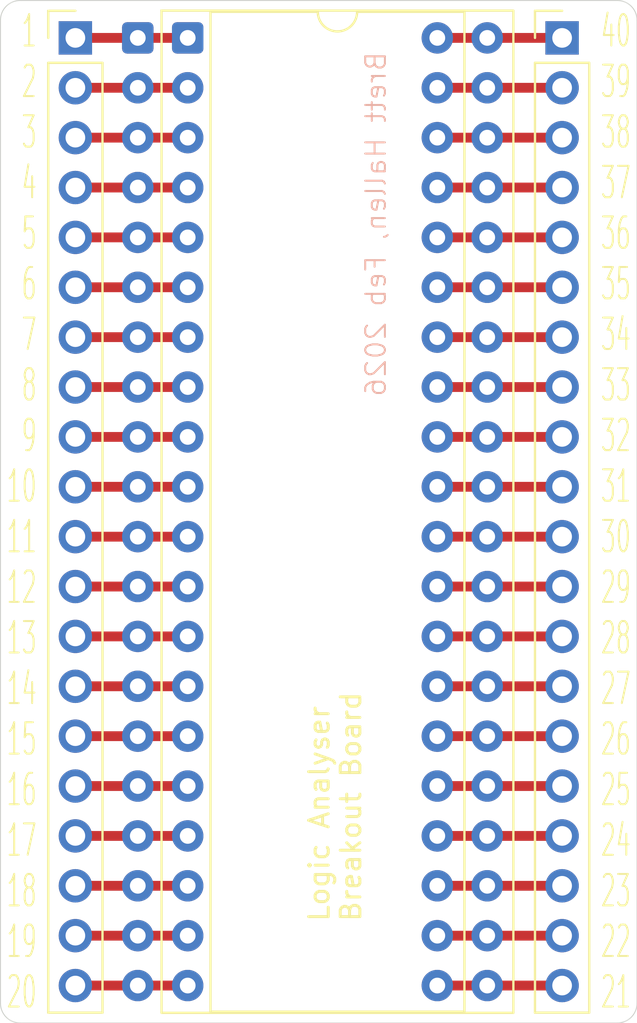
<source format=kicad_pcb>
(kicad_pcb (version 20241229) (generator "pcbnew") (generator_version "9.0")
  (layers (0 "F.Cu" signal) (2 "B.Cu" signal) (13 "F.Paste" user) (15 "B.Paste" user) (5 "F.SilkS" user "F.Silkscreen") (7 "B.SilkS" user "B.Silkscreen") (1 "F.Mask" user) (3 "B.Mask" user) (25 "Edge.Cuts" user))
  (net 0 "")
  (net 1 "/Pin 20")
  (net 2 "/Pin 31")
  (net 3 "/Pin 18")
  (net 4 "/Pin 26")
  (net 5 "/Pin 6")
  (net 6 "/Pin 33")
  (net 7 "/Pin 30")
  (net 8 "/Pin 28")
  (net 9 "/Pin 4")
  (net 10 "/Pin 9")
  (net 11 "/Pin 22")
  (net 12 "/Pin 15")
  (net 13 "/Pin 1")
  (net 14 "/Pin 19")
  (net 15 "/Pin 13")
  (net 16 "/Pin 10")
  (net 17 "/Pin 25")
  (net 18 "/Pin 40")
  (net 19 "/Pin 24")
  (net 20 "/Pin 32")
  (net 21 "/Pin 12")
  (net 22 "/Pin 7")
  (net 23 "/Pin 39")
  (net 24 "/Pin 27")
  (net 25 "/Pin 11")
  (net 26 "/Pin 37")
  (net 27 "/Pin 16")
  (net 28 "/Pin 14")
  (net 29 "/Pin 36")
  (net 30 "/Pin 5")
  (net 31 "/Pin 35")
  (net 32 "/Pin 23")
  (net 33 "/Pin 8")
  (net 34 "/Pin 38")
  (net 35 "/Pin 2")
  (net 36 "/Pin 29")
  (net 37 "/Pin 3")
  (net 38 "/Pin 34")
  (net 39 "/Pin 21")
  (net 40 "/Pin 17")
  (footprint "Connector_PinHeader_2.54mm:PinHeader_1x20_P2.54mm_Vertical" (layer "F.Cu") (at 128.905 69.85)
    (property "Reference" "J2" (hide yes))
    (property "Value" "Analyser Left" (hide yes))
    (fp_line (start -1.38 -1.38) (end 0 -1.38) (stroke (width 0.12)) (layer "F.SilkS"))
    (fp_line (start -1.38 0) (end -1.38 -1.38) (stroke (width 0.12)) (layer "F.SilkS"))
    (fp_line (start -1.38 1.27) (end -1.38 49.64) (stroke (width 0.12)) (layer "F.SilkS"))
    (fp_line (start -1.38 1.27) (end 1.38 1.27) (stroke (width 0.12)) (layer "F.SilkS"))
    (fp_line (start -1.38 49.64) (end 1.38 49.64) (stroke (width 0.12)) (layer "F.SilkS"))
    (fp_line (start 1.38 1.27) (end 1.38 49.64) (stroke (width 0.12)) (layer "F.SilkS"))
    (pad "1" thru_hole rect (at 0 0) (size 1.7 1.7) (drill 1) (layers "*.Cu" "*.Mask") (net 13 "/Pin 1"))
    (pad "2" thru_hole circle (at 0 2.54) (size 1.7 1.7) (drill 1) (layers "*.Cu" "*.Mask") (net 35 "/Pin 2"))
    (pad "3" thru_hole circle (at 0 5.08) (size 1.7 1.7) (drill 1) (layers "*.Cu" "*.Mask") (net 37 "/Pin 3"))
    (pad "4" thru_hole circle (at 0 7.62) (size 1.7 1.7) (drill 1) (layers "*.Cu" "*.Mask") (net 9 "/Pin 4"))
    (pad "5" thru_hole circle (at 0 10.16) (size 1.7 1.7) (drill 1) (layers "*.Cu" "*.Mask") (net 30 "/Pin 5"))
    (pad "6" thru_hole circle (at 0 12.7) (size 1.7 1.7) (drill 1) (layers "*.Cu" "*.Mask") (net 5 "/Pin 6"))
    (pad "7" thru_hole circle (at 0 15.24) (size 1.7 1.7) (drill 1) (layers "*.Cu" "*.Mask") (net 22 "/Pin 7"))
    (pad "8" thru_hole circle (at 0 17.78) (size 1.7 1.7) (drill 1) (layers "*.Cu" "*.Mask") (net 33 "/Pin 8"))
    (pad "9" thru_hole circle (at 0 20.32) (size 1.7 1.7) (drill 1) (layers "*.Cu" "*.Mask") (net 10 "/Pin 9"))
    (pad "10" thru_hole circle (at 0 22.86) (size 1.7 1.7) (drill 1) (layers "*.Cu" "*.Mask") (net 16 "/Pin 10"))
    (pad "11" thru_hole circle (at 0 25.4) (size 1.7 1.7) (drill 1) (layers "*.Cu" "*.Mask") (net 25 "/Pin 11"))
    (pad "12" thru_hole circle (at 0 27.94) (size 1.7 1.7) (drill 1) (layers "*.Cu" "*.Mask") (net 21 "/Pin 12"))
    (pad "13" thru_hole circle (at 0 30.48) (size 1.7 1.7) (drill 1) (layers "*.Cu" "*.Mask") (net 15 "/Pin 13"))
    (pad "14" thru_hole circle (at 0 33.02) (size 1.7 1.7) (drill 1) (layers "*.Cu" "*.Mask") (net 28 "/Pin 14"))
    (pad "15" thru_hole circle (at 0 35.56) (size 1.7 1.7) (drill 1) (layers "*.Cu" "*.Mask") (net 12 "/Pin 15"))
    (pad "16" thru_hole circle (at 0 38.1) (size 1.7 1.7) (drill 1) (layers "*.Cu" "*.Mask") (net 27 "/Pin 16"))
    (pad "17" thru_hole circle (at 0 40.64) (size 1.7 1.7) (drill 1) (layers "*.Cu" "*.Mask") (net 40 "/Pin 17"))
    (pad "18" thru_hole circle (at 0 43.18) (size 1.7 1.7) (drill 1) (layers "*.Cu" "*.Mask") (net 3 "/Pin 18"))
    (pad "19" thru_hole circle (at 0 45.72) (size 1.7 1.7) (drill 1) (layers "*.Cu" "*.Mask") (net 14 "/Pin 19"))
    (pad "20" thru_hole circle (at 0 48.26) (size 1.7 1.7) (drill 1) (layers "*.Cu" "*.Mask") (net 1 "/Pin 20"))
  )
  (footprint "Package_DIP:DIP-40_W15.24mm_Socket" (layer "F.Cu") (at 134.62 69.85)
    (property "Reference" "J4" (hide yes))
    (property "Value" "IC Socket" (hide yes))
    (fp_line (start 1.16 -1.33) (end 1.16 49.59) (stroke (width 0.12)) (layer "F.SilkS"))
    (fp_line (start 1.16 49.59) (end 14.08 49.59) (stroke (width 0.12)) (layer "F.SilkS"))
    (fp_line (start 6.62 -1.33) (end 1.16 -1.33) (stroke (width 0.12)) (layer "F.SilkS"))
    (fp_line (start 14.08 -1.33) (end 8.62 -1.33) (stroke (width 0.12)) (layer "F.SilkS"))
    (fp_line (start 14.08 49.59) (end 14.08 -1.33) (stroke (width 0.12)) (layer "F.SilkS"))
    (fp_rect (start -1.33 -1.39) (end 16.57 49.65) (stroke (width 0.12)) (fill no) (layer "F.SilkS"))
    (fp_arc (start 8.62 -1.33) (mid 7.62 -0.33) (end 6.62 -1.33) (stroke (width 0.12)) (layer "F.SilkS"))
    (pad "1" thru_hole roundrect (at 0 0) (size 1.6 1.6) (drill 0.8) (layers "*.Cu" "*.Mask") (roundrect_rratio 0.15625) (net 13 "/Pin 1"))
    (pad "2" thru_hole circle (at 0 2.54) (size 1.6 1.6) (drill 0.8) (layers "*.Cu" "*.Mask") (net 35 "/Pin 2"))
    (pad "3" thru_hole circle (at 0 5.08) (size 1.6 1.6) (drill 0.8) (layers "*.Cu" "*.Mask") (net 37 "/Pin 3"))
    (pad "4" thru_hole circle (at 0 7.62) (size 1.6 1.6) (drill 0.8) (layers "*.Cu" "*.Mask") (net 9 "/Pin 4"))
    (pad "5" thru_hole circle (at 0 10.16) (size 1.6 1.6) (drill 0.8) (layers "*.Cu" "*.Mask") (net 30 "/Pin 5"))
    (pad "6" thru_hole circle (at 0 12.7) (size 1.6 1.6) (drill 0.8) (layers "*.Cu" "*.Mask") (net 5 "/Pin 6"))
    (pad "7" thru_hole circle (at 0 15.24) (size 1.6 1.6) (drill 0.8) (layers "*.Cu" "*.Mask") (net 22 "/Pin 7"))
    (pad "8" thru_hole circle (at 0 17.78) (size 1.6 1.6) (drill 0.8) (layers "*.Cu" "*.Mask") (net 33 "/Pin 8"))
    (pad "9" thru_hole circle (at 0 20.32) (size 1.6 1.6) (drill 0.8) (layers "*.Cu" "*.Mask") (net 10 "/Pin 9"))
    (pad "10" thru_hole circle (at 0 22.86) (size 1.6 1.6) (drill 0.8) (layers "*.Cu" "*.Mask") (net 16 "/Pin 10"))
    (pad "11" thru_hole circle (at 0 25.4) (size 1.6 1.6) (drill 0.8) (layers "*.Cu" "*.Mask") (net 25 "/Pin 11"))
    (pad "12" thru_hole circle (at 0 27.94) (size 1.6 1.6) (drill 0.8) (layers "*.Cu" "*.Mask") (net 21 "/Pin 12"))
    (pad "13" thru_hole circle (at 0 30.48) (size 1.6 1.6) (drill 0.8) (layers "*.Cu" "*.Mask") (net 15 "/Pin 13"))
    (pad "14" thru_hole circle (at 0 33.02) (size 1.6 1.6) (drill 0.8) (layers "*.Cu" "*.Mask") (net 28 "/Pin 14"))
    (pad "15" thru_hole circle (at 0 35.56) (size 1.6 1.6) (drill 0.8) (layers "*.Cu" "*.Mask") (net 12 "/Pin 15"))
    (pad "16" thru_hole circle (at 0 38.1) (size 1.6 1.6) (drill 0.8) (layers "*.Cu" "*.Mask") (net 27 "/Pin 16"))
    (pad "17" thru_hole circle (at 0 40.64) (size 1.6 1.6) (drill 0.8) (layers "*.Cu" "*.Mask") (net 40 "/Pin 17"))
    (pad "18" thru_hole circle (at 0 43.18) (size 1.6 1.6) (drill 0.8) (layers "*.Cu" "*.Mask") (net 3 "/Pin 18"))
    (pad "19" thru_hole circle (at 0 45.72) (size 1.6 1.6) (drill 0.8) (layers "*.Cu" "*.Mask") (net 14 "/Pin 19"))
    (pad "20" thru_hole circle (at 0 48.26) (size 1.6 1.6) (drill 0.8) (layers "*.Cu" "*.Mask") (net 1 "/Pin 20"))
    (pad "21" thru_hole circle (at 15.24 48.26) (size 1.6 1.6) (drill 0.8) (layers "*.Cu" "*.Mask") (net 39 "/Pin 21"))
    (pad "22" thru_hole circle (at 15.24 45.72) (size 1.6 1.6) (drill 0.8) (layers "*.Cu" "*.Mask") (net 11 "/Pin 22"))
    (pad "23" thru_hole circle (at 15.24 43.18) (size 1.6 1.6) (drill 0.8) (layers "*.Cu" "*.Mask") (net 32 "/Pin 23"))
    (pad "24" thru_hole circle (at 15.24 40.64) (size 1.6 1.6) (drill 0.8) (layers "*.Cu" "*.Mask") (net 19 "/Pin 24"))
    (pad "25" thru_hole circle (at 15.24 38.1) (size 1.6 1.6) (drill 0.8) (layers "*.Cu" "*.Mask") (net 17 "/Pin 25"))
    (pad "26" thru_hole circle (at 15.24 35.56) (size 1.6 1.6) (drill 0.8) (layers "*.Cu" "*.Mask") (net 4 "/Pin 26"))
    (pad "27" thru_hole circle (at 15.24 33.02) (size 1.6 1.6) (drill 0.8) (layers "*.Cu" "*.Mask") (net 24 "/Pin 27"))
    (pad "28" thru_hole circle (at 15.24 30.48) (size 1.6 1.6) (drill 0.8) (layers "*.Cu" "*.Mask") (net 8 "/Pin 28"))
    (pad "29" thru_hole circle (at 15.24 27.94) (size 1.6 1.6) (drill 0.8) (layers "*.Cu" "*.Mask") (net 36 "/Pin 29"))
    (pad "30" thru_hole circle (at 15.24 25.4) (size 1.6 1.6) (drill 0.8) (layers "*.Cu" "*.Mask") (net 7 "/Pin 30"))
    (pad "31" thru_hole circle (at 15.24 22.86) (size 1.6 1.6) (drill 0.8) (layers "*.Cu" "*.Mask") (net 2 "/Pin 31"))
    (pad "32" thru_hole circle (at 15.24 20.32) (size 1.6 1.6) (drill 0.8) (layers "*.Cu" "*.Mask") (net 20 "/Pin 32"))
    (pad "33" thru_hole circle (at 15.24 17.78) (size 1.6 1.6) (drill 0.8) (layers "*.Cu" "*.Mask") (net 6 "/Pin 33"))
    (pad "34" thru_hole circle (at 15.24 15.24) (size 1.6 1.6) (drill 0.8) (layers "*.Cu" "*.Mask") (net 38 "/Pin 34"))
    (pad "35" thru_hole circle (at 15.24 12.7) (size 1.6 1.6) (drill 0.8) (layers "*.Cu" "*.Mask") (net 31 "/Pin 35"))
    (pad "36" thru_hole circle (at 15.24 10.16) (size 1.6 1.6) (drill 0.8) (layers "*.Cu" "*.Mask") (net 29 "/Pin 36"))
    (pad "37" thru_hole circle (at 15.24 7.62) (size 1.6 1.6) (drill 0.8) (layers "*.Cu" "*.Mask") (net 26 "/Pin 37"))
    (pad "38" thru_hole circle (at 15.24 5.08) (size 1.6 1.6) (drill 0.8) (layers "*.Cu" "*.Mask") (net 34 "/Pin 38"))
    (pad "39" thru_hole circle (at 15.24 2.54) (size 1.6 1.6) (drill 0.8) (layers "*.Cu" "*.Mask") (net 23 "/Pin 39"))
    (pad "40" thru_hole circle (at 15.24 0) (size 1.6 1.6) (drill 0.8) (layers "*.Cu" "*.Mask") (net 18 "/Pin 40"))
  )
  (footprint "Connector_PinHeader_2.54mm:PinHeader_1x20_P2.54mm_Vertical" (layer "F.Cu") (at 153.67 69.85)
    (property "Reference" "J3" (hide yes))
    (property "Value" "Analyser Right" (hide yes))
    (fp_line (start -1.38 -1.38) (end 0 -1.38) (stroke (width 0.12)) (layer "F.SilkS"))
    (fp_line (start -1.38 0) (end -1.38 -1.38) (stroke (width 0.12)) (layer "F.SilkS"))
    (fp_line (start -1.38 1.27) (end -1.38 49.64) (stroke (width 0.12)) (layer "F.SilkS"))
    (fp_line (start -1.38 1.27) (end 1.38 1.27) (stroke (width 0.12)) (layer "F.SilkS"))
    (fp_line (start -1.38 49.64) (end 1.38 49.64) (stroke (width 0.12)) (layer "F.SilkS"))
    (fp_line (start 1.38 1.27) (end 1.38 49.64) (stroke (width 0.12)) (layer "F.SilkS"))
    (pad "21" thru_hole circle (at 0 48.26) (size 1.7 1.7) (drill 1) (layers "*.Cu" "*.Mask") (net 39 "/Pin 21"))
    (pad "22" thru_hole circle (at 0 45.72) (size 1.7 1.7) (drill 1) (layers "*.Cu" "*.Mask") (net 11 "/Pin 22"))
    (pad "23" thru_hole circle (at 0 43.18) (size 1.7 1.7) (drill 1) (layers "*.Cu" "*.Mask") (net 32 "/Pin 23"))
    (pad "24" thru_hole circle (at 0 40.64) (size 1.7 1.7) (drill 1) (layers "*.Cu" "*.Mask") (net 19 "/Pin 24"))
    (pad "25" thru_hole circle (at 0 38.1) (size 1.7 1.7) (drill 1) (layers "*.Cu" "*.Mask") (net 17 "/Pin 25"))
    (pad "26" thru_hole circle (at 0 35.56) (size 1.7 1.7) (drill 1) (layers "*.Cu" "*.Mask") (net 4 "/Pin 26"))
    (pad "27" thru_hole circle (at 0 33.02) (size 1.7 1.7) (drill 1) (layers "*.Cu" "*.Mask") (net 24 "/Pin 27"))
    (pad "28" thru_hole circle (at 0 30.48) (size 1.7 1.7) (drill 1) (layers "*.Cu" "*.Mask") (net 8 "/Pin 28"))
    (pad "29" thru_hole circle (at 0 27.94) (size 1.7 1.7) (drill 1) (layers "*.Cu" "*.Mask") (net 36 "/Pin 29"))
    (pad "30" thru_hole circle (at 0 25.4) (size 1.7 1.7) (drill 1) (layers "*.Cu" "*.Mask") (net 7 "/Pin 30"))
    (pad "31" thru_hole circle (at 0 22.86) (size 1.7 1.7) (drill 1) (layers "*.Cu" "*.Mask") (net 2 "/Pin 31"))
    (pad "32" thru_hole circle (at 0 20.32) (size 1.7 1.7) (drill 1) (layers "*.Cu" "*.Mask") (net 20 "/Pin 32"))
    (pad "33" thru_hole circle (at 0 17.78) (size 1.7 1.7) (drill 1) (layers "*.Cu" "*.Mask") (net 6 "/Pin 33"))
    (pad "34" thru_hole circle (at 0 15.24) (size 1.7 1.7) (drill 1) (layers "*.Cu" "*.Mask") (net 38 "/Pin 34"))
    (pad "35" thru_hole circle (at 0 12.7) (size 1.7 1.7) (drill 1) (layers "*.Cu" "*.Mask") (net 31 "/Pin 35"))
    (pad "36" thru_hole circle (at 0 10.16) (size 1.7 1.7) (drill 1) (layers "*.Cu" "*.Mask") (net 29 "/Pin 36"))
    (pad "37" thru_hole circle (at 0 7.62) (size 1.7 1.7) (drill 1) (layers "*.Cu" "*.Mask") (net 26 "/Pin 37"))
    (pad "38" thru_hole circle (at 0 5.08) (size 1.7 1.7) (drill 1) (layers "*.Cu" "*.Mask") (net 34 "/Pin 38"))
    (pad "39" thru_hole circle (at 0 2.54) (size 1.7 1.7) (drill 1) (layers "*.Cu" "*.Mask") (net 23 "/Pin 39"))
    (pad "40" thru_hole rect (at 0 0) (size 1.7 1.7) (drill 1) (layers "*.Cu" "*.Mask") (net 18 "/Pin 40"))
  )
  (footprint "Package_DIP:DIP-40_W15.24mm" (layer "F.Cu") (at 132.08 69.85)
    (property "Reference" "J1" (hide yes))
    (property "Value" "40pin IC" (hide yes))
    (pad "1" thru_hole roundrect (at 0 0) (size 1.6 1.6) (drill 0.8) (layers "*.Cu" "*.Mask") (roundrect_rratio 0.15625) (net 13 "/Pin 1"))
    (pad "2" thru_hole circle (at 0 2.54) (size 1.6 1.6) (drill 0.8) (layers "*.Cu" "*.Mask") (net 35 "/Pin 2"))
    (pad "3" thru_hole circle (at 0 5.08) (size 1.6 1.6) (drill 0.8) (layers "*.Cu" "*.Mask") (net 37 "/Pin 3"))
    (pad "4" thru_hole circle (at 0 7.62) (size 1.6 1.6) (drill 0.8) (layers "*.Cu" "*.Mask") (net 9 "/Pin 4"))
    (pad "5" thru_hole circle (at 0 10.16) (size 1.6 1.6) (drill 0.8) (layers "*.Cu" "*.Mask") (net 30 "/Pin 5"))
    (pad "6" thru_hole circle (at 0 12.7) (size 1.6 1.6) (drill 0.8) (layers "*.Cu" "*.Mask") (net 5 "/Pin 6"))
    (pad "7" thru_hole circle (at 0 15.24) (size 1.6 1.6) (drill 0.8) (layers "*.Cu" "*.Mask") (net 22 "/Pin 7"))
    (pad "8" thru_hole circle (at 0 17.78) (size 1.6 1.6) (drill 0.8) (layers "*.Cu" "*.Mask") (net 33 "/Pin 8"))
    (pad "9" thru_hole circle (at 0 20.32) (size 1.6 1.6) (drill 0.8) (layers "*.Cu" "*.Mask") (net 10 "/Pin 9"))
    (pad "10" thru_hole circle (at 0 22.86) (size 1.6 1.6) (drill 0.8) (layers "*.Cu" "*.Mask") (net 16 "/Pin 10"))
    (pad "11" thru_hole circle (at 0 25.4) (size 1.6 1.6) (drill 0.8) (layers "*.Cu" "*.Mask") (net 25 "/Pin 11"))
    (pad "12" thru_hole circle (at 0 27.94) (size 1.6 1.6) (drill 0.8) (layers "*.Cu" "*.Mask") (net 21 "/Pin 12"))
    (pad "13" thru_hole circle (at 0 30.48) (size 1.6 1.6) (drill 0.8) (layers "*.Cu" "*.Mask") (net 15 "/Pin 13"))
    (pad "14" thru_hole circle (at 0 33.02) (size 1.6 1.6) (drill 0.8) (layers "*.Cu" "*.Mask") (net 28 "/Pin 14"))
    (pad "15" thru_hole circle (at 0 35.56) (size 1.6 1.6) (drill 0.8) (layers "*.Cu" "*.Mask") (net 12 "/Pin 15"))
    (pad "16" thru_hole circle (at 0 38.1) (size 1.6 1.6) (drill 0.8) (layers "*.Cu" "*.Mask") (net 27 "/Pin 16"))
    (pad "17" thru_hole circle (at 0 40.64) (size 1.6 1.6) (drill 0.8) (layers "*.Cu" "*.Mask") (net 40 "/Pin 17"))
    (pad "18" thru_hole circle (at 0 43.18) (size 1.6 1.6) (drill 0.8) (layers "*.Cu" "*.Mask") (net 3 "/Pin 18"))
    (pad "19" thru_hole circle (at 0 45.72) (size 1.6 1.6) (drill 0.8) (layers "*.Cu" "*.Mask") (net 14 "/Pin 19"))
    (pad "20" thru_hole circle (at 0 48.26) (size 1.6 1.6) (drill 0.8) (layers "*.Cu" "*.Mask") (net 1 "/Pin 20"))
    (pad "21" thru_hole circle (at 15.24 48.26) (size 1.6 1.6) (drill 0.8) (layers "*.Cu" "*.Mask") (net 39 "/Pin 21"))
    (pad "22" thru_hole circle (at 15.24 45.72) (size 1.6 1.6) (drill 0.8) (layers "*.Cu" "*.Mask") (net 11 "/Pin 22"))
    (pad "23" thru_hole circle (at 15.24 43.18) (size 1.6 1.6) (drill 0.8) (layers "*.Cu" "*.Mask") (net 32 "/Pin 23"))
    (pad "24" thru_hole circle (at 15.24 40.64) (size 1.6 1.6) (drill 0.8) (layers "*.Cu" "*.Mask") (net 19 "/Pin 24"))
    (pad "25" thru_hole circle (at 15.24 38.1) (size 1.6 1.6) (drill 0.8) (layers "*.Cu" "*.Mask") (net 17 "/Pin 25"))
    (pad "26" thru_hole circle (at 15.24 35.56) (size 1.6 1.6) (drill 0.8) (layers "*.Cu" "*.Mask") (net 4 "/Pin 26"))
    (pad "27" thru_hole circle (at 15.24 33.02) (size 1.6 1.6) (drill 0.8) (layers "*.Cu" "*.Mask") (net 24 "/Pin 27"))
    (pad "28" thru_hole circle (at 15.24 30.48) (size 1.6 1.6) (drill 0.8) (layers "*.Cu" "*.Mask") (net 8 "/Pin 28"))
    (pad "29" thru_hole circle (at 15.24 27.94) (size 1.6 1.6) (drill 0.8) (layers "*.Cu" "*.Mask") (net 36 "/Pin 29"))
    (pad "30" thru_hole circle (at 15.24 25.4) (size 1.6 1.6) (drill 0.8) (layers "*.Cu" "*.Mask") (net 7 "/Pin 30"))
    (pad "31" thru_hole circle (at 15.24 22.86) (size 1.6 1.6) (drill 0.8) (layers "*.Cu" "*.Mask") (net 2 "/Pin 31"))
    (pad "32" thru_hole circle (at 15.24 20.32) (size 1.6 1.6) (drill 0.8) (layers "*.Cu" "*.Mask") (net 20 "/Pin 32"))
    (pad "33" thru_hole circle (at 15.24 17.78) (size 1.6 1.6) (drill 0.8) (layers "*.Cu" "*.Mask") (net 6 "/Pin 33"))
    (pad "34" thru_hole circle (at 15.24 15.24) (size 1.6 1.6) (drill 0.8) (layers "*.Cu" "*.Mask") (net 38 "/Pin 34"))
    (pad "35" thru_hole circle (at 15.24 12.7) (size 1.6 1.6) (drill 0.8) (layers "*.Cu" "*.Mask") (net 31 "/Pin 35"))
    (pad "36" thru_hole circle (at 15.24 10.16) (size 1.6 1.6) (drill 0.8) (layers "*.Cu" "*.Mask") (net 29 "/Pin 36"))
    (pad "37" thru_hole circle (at 15.24 7.62) (size 1.6 1.6) (drill 0.8) (layers "*.Cu" "*.Mask") (net 26 "/Pin 37"))
    (pad "38" thru_hole circle (at 15.24 5.08) (size 1.6 1.6) (drill 0.8) (layers "*.Cu" "*.Mask") (net 34 "/Pin 38"))
    (pad "39" thru_hole circle (at 15.24 2.54) (size 1.6 1.6) (drill 0.8) (layers "*.Cu" "*.Mask") (net 23 "/Pin 39"))
    (pad "40" thru_hole circle (at 15.24 0) (size 1.6 1.6) (drill 0.8) (layers "*.Cu" "*.Mask") (net 18 "/Pin 40"))
  )
  (gr_line (start 156.48 120.015) (end 126.095 120.015) (stroke (width 0.05)) (layer "Edge.Cuts"))
  (gr_arc (start 125.095 68.945) (mid 125.387893 68.237893) (end 126.095 67.945) (stroke (width 0.05)) (layer "Edge.Cuts"))
  (gr_line (start 125.095 119.015) (end 125.095 68.945) (stroke (width 0.05)) (layer "Edge.Cuts"))
  (gr_arc (start 156.48 67.945) (mid 157.187107 68.237893) (end 157.48 68.945) (stroke (width 0.05)) (layer "Edge.Cuts"))
  (gr_line (start 157.48 68.945) (end 157.48 119.015) (stroke (width 0.05)) (layer "Edge.Cuts"))
  (gr_arc (start 126.095 120.015) (mid 125.387893 119.722107) (end 125.095 119.015) (stroke (width 0.05)) (layer "Edge.Cuts"))
  (gr_line (start 126.095 67.945) (end 156.48 67.945) (stroke (width 0.05)) (layer "Edge.Cuts"))
  (gr_arc (start 157.48 119.015) (mid 157.187107 119.722107) (end 156.48 120.015) (stroke (width 0.05)) (layer "Edge.Cuts"))
  (gr_text "40\n39\n38\n37\n36\n35\n34\n33\n32\n31\n30\n29\n28\n27\n26\n25\n24\n23\n22\n21" (at 155.575 119.38 0) (layer "F.SilkS") (effects (font (size 1.6 0.8) (thickness 0.1)) (justify left bottom)))
  (gr_text "Logic Analyser\nBreakout Board" (at 143.51 114.935 90) (layer "F.SilkS") (effects (font (size 1 1)) (justify left bottom)))
  (gr_text "1\n2\n3\n4\n5\n6\n7\n8\n9\n10\n11\n12\n13\n14\n15\n16\n17\n18\n19\n20" (at 127 119.38 0) (layer "F.SilkS") (effects (font (size 1.6 0.8) (thickness 0.1)) (justify right bottom)))
  (gr_text "Brett Hallen, Feb 2026" (at 144.78 70.485 90) (layer "B.SilkS") (effects (font (size 1 1) (thickness 0.1)) (justify left bottom mirror)))
  (segment (start 128.905 118.11) (end 134.62 118.11) (width 0.5) (layer "F.Cu") (net 1))
  (segment (start 147.32 92.71) (end 153.67 92.71) (width 0.5) (layer "F.Cu") (net 2))
  (segment (start 128.905 113.03) (end 134.62 113.03) (width 0.5) (layer "F.Cu") (net 3))
  (segment (start 153.67 105.41) (end 147.32 105.41) (width 0.5) (layer "F.Cu") (net 4))
  (segment (start 128.905 82.55) (end 134.62 82.55) (width 0.5) (layer "F.Cu") (net 5))
  (segment (start 147.32 87.63) (end 153.67 87.63) (width 0.5) (layer "F.Cu") (net 6))
  (segment (start 153.67 95.25) (end 147.32 95.25) (width 0.5) (layer "F.Cu") (net 7))
  (segment (start 153.67 100.33) (end 147.32 100.33) (width 0.5) (layer "F.Cu") (net 8))
  (segment (start 128.905 77.47) (end 134.62 77.47) (width 0.5) (layer "F.Cu") (net 9))
  (segment (start 128.905 90.17) (end 134.62 90.17) (width 0.5) (layer "F.Cu") (net 10))
  (segment (start 153.67 115.57) (end 147.32 115.57) (width 0.5) (layer "F.Cu") (net 11))
  (segment (start 128.905 105.41) (end 134.62 105.41) (width 0.5) (layer "F.Cu") (net 12))
  (segment (start 128.905 69.85) (end 134.62 69.85) (width 0.5) (layer "F.Cu") (net 13))
  (segment (start 128.905 115.57) (end 134.62 115.57) (width 0.5) (layer "F.Cu") (net 14))
  (segment (start 128.905 100.33) (end 134.62 100.33) (width 0.5) (layer "F.Cu") (net 15))
  (segment (start 128.905 92.71) (end 134.62 92.71) (width 0.5) (layer "F.Cu") (net 16))
  (segment (start 147.32 107.95) (end 153.67 107.95) (width 0.5) (layer "F.Cu") (net 17))
  (segment (start 147.32 69.85) (end 153.67 69.85) (width 0.5) (layer "F.Cu") (net 18))
  (segment (start 153.67 110.49) (end 147.32 110.49) (width 0.5) (layer "F.Cu") (net 19))
  (segment (start 153.67 90.17) (end 147.32 90.17) (width 0.5) (layer "F.Cu") (net 20))
  (segment (start 128.905 97.79) (end 134.62 97.79) (width 0.5) (layer "F.Cu") (net 21))
  (segment (start 128.905 85.09) (end 134.62 85.09) (width 0.5) (layer "F.Cu") (net 22))
  (segment (start 153.67 72.39) (end 147.32 72.39) (width 0.5) (layer "F.Cu") (net 23))
  (segment (start 147.32 102.87) (end 153.67 102.87) (width 0.5) (layer "F.Cu") (net 24))
  (segment (start 128.905 95.25) (end 134.62 95.25) (width 0.5) (layer "F.Cu") (net 25))
  (segment (start 153.67 77.47) (end 147.32 77.47) (width 0.5) (layer "F.Cu") (net 26))
  (segment (start 128.905 107.95) (end 134.62 107.95) (width 0.5) (layer "F.Cu") (net 27))
  (segment (start 128.905 102.87) (end 134.62 102.87) (width 0.5) (layer "F.Cu") (net 28))
  (segment (start 147.32 80.01) (end 153.67 80.01) (width 0.5) (layer "F.Cu") (net 29))
  (segment (start 128.905 80.01) (end 134.62 80.01) (width 0.5) (layer "F.Cu") (net 30))
  (segment (start 153.67 82.55) (end 147.32 82.55) (width 0.5) (layer "F.Cu") (net 31))
  (segment (start 147.32 113.03) (end 153.67 113.03) (width 0.5) (layer "F.Cu") (net 32))
  (segment (start 128.905 87.63) (end 134.62 87.63) (width 0.5) (layer "F.Cu") (net 33))
  (segment (start 147.32 74.93) (end 153.67 74.93) (width 0.5) (layer "F.Cu") (net 34))
  (segment (start 128.905 72.39) (end 134.62 72.39) (width 0.5) (layer "F.Cu") (net 35))
  (segment (start 147.32 97.79) (end 153.67 97.79) (width 0.5) (layer "F.Cu") (net 36))
  (segment (start 128.905 74.93) (end 134.62 74.93) (width 0.5) (layer "F.Cu") (net 37))
  (segment (start 147.32 85.09) (end 153.67 85.09) (width 0.5) (layer "F.Cu") (net 38))
  (segment (start 147.32 118.11) (end 153.67 118.11) (width 0.5) (layer "F.Cu") (net 39))
  (segment (start 128.905 110.49) (end 134.62 110.49) (width 0.5) (layer "F.Cu") (net 40))
)
</source>
